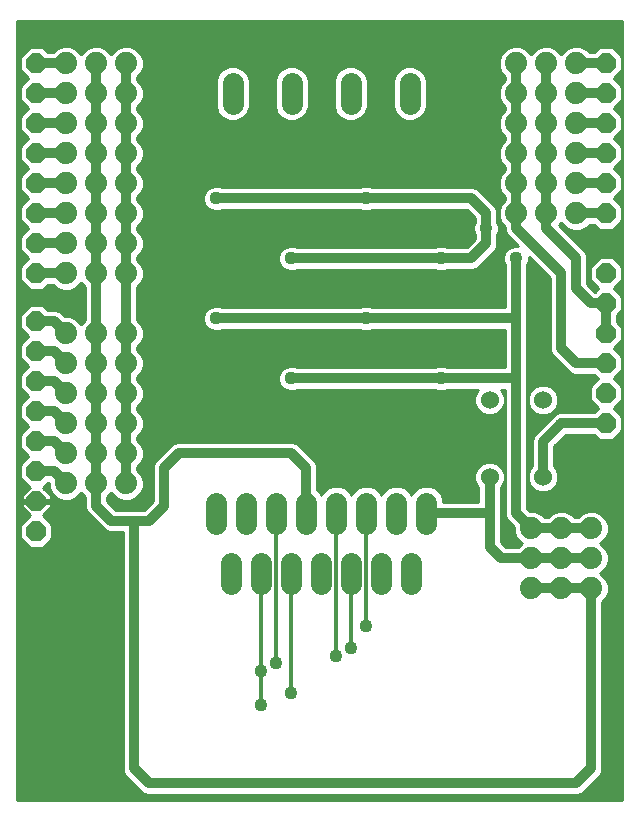
<source format=gbl>
G75*
%MOIN*%
%OFA0B0*%
%FSLAX24Y24*%
%IPPOS*%
%LPD*%
%AMOC8*
5,1,8,0,0,1.08239X$1,22.5*
%
%ADD10OC8,0.0660*%
%ADD11C,0.0709*%
%ADD12C,0.0705*%
%ADD13C,0.0740*%
%ADD14C,0.0600*%
%ADD15C,0.0100*%
%ADD16C,0.0320*%
%ADD17C,0.0436*%
%ADD18C,0.0120*%
D10*
X001250Y012100D03*
X001250Y013100D03*
X001250Y014100D03*
X001250Y015100D03*
X001250Y016100D03*
X001250Y017100D03*
X001250Y018100D03*
X001250Y019100D03*
X001250Y020700D03*
X001250Y021700D03*
X001250Y022700D03*
X001250Y023700D03*
X001250Y024700D03*
X001250Y025700D03*
X001250Y026700D03*
X001250Y027700D03*
X020250Y027700D03*
X020250Y026700D03*
X020250Y025700D03*
X020250Y024700D03*
X020250Y023700D03*
X020250Y022700D03*
X020250Y020700D03*
X020250Y019700D03*
X020250Y018700D03*
X020250Y017700D03*
X020250Y016700D03*
X020250Y015700D03*
D11*
X014250Y013054D02*
X014250Y012346D01*
X013250Y012346D02*
X013250Y013054D01*
X012250Y013054D02*
X012250Y012346D01*
X011250Y012346D02*
X011250Y013054D01*
X010250Y013054D02*
X010250Y012346D01*
X009250Y012346D02*
X009250Y013054D01*
X008250Y013054D02*
X008250Y012346D01*
X007250Y012346D02*
X007250Y013054D01*
X007750Y011054D02*
X007750Y010346D01*
X008750Y010346D02*
X008750Y011054D01*
X009750Y011054D02*
X009750Y010346D01*
X010750Y010346D02*
X010750Y011054D01*
X011750Y011054D02*
X011750Y010346D01*
X012750Y010346D02*
X012750Y011054D01*
X013750Y011054D02*
X013750Y010346D01*
D12*
X013703Y026348D02*
X013703Y027053D01*
X011734Y027053D02*
X011734Y026348D01*
X009766Y026348D02*
X009766Y027053D01*
X007797Y027053D02*
X007797Y026348D01*
D13*
X004250Y026700D03*
X004250Y025700D03*
X004250Y024700D03*
X004250Y023700D03*
X004250Y022700D03*
X004250Y021700D03*
X004250Y020700D03*
X003250Y020700D03*
X003250Y021700D03*
X003250Y022700D03*
X003250Y023700D03*
X003250Y024700D03*
X003250Y025700D03*
X003250Y026700D03*
X003250Y027700D03*
X002250Y027700D03*
X002250Y026700D03*
X002250Y025700D03*
X002250Y024700D03*
X002250Y023700D03*
X002250Y022700D03*
X002250Y021700D03*
X002250Y020700D03*
X002250Y018700D03*
X002250Y017700D03*
X002250Y016700D03*
X002250Y015700D03*
X002250Y014700D03*
X002250Y013700D03*
X003250Y013700D03*
X003250Y014700D03*
X003250Y015700D03*
X003250Y016700D03*
X003250Y017700D03*
X003250Y018700D03*
X004250Y018700D03*
X004250Y017700D03*
X004250Y016700D03*
X004250Y015700D03*
X004250Y014700D03*
X004250Y013700D03*
X004250Y027700D03*
X017250Y027700D03*
X017250Y026700D03*
X017250Y025700D03*
X017250Y024700D03*
X017250Y023700D03*
X017250Y022700D03*
X018250Y022700D03*
X018250Y023700D03*
X018250Y024700D03*
X018250Y025700D03*
X018250Y026700D03*
X018250Y027700D03*
X019250Y027700D03*
X019250Y026700D03*
X019250Y025700D03*
X019250Y024700D03*
X019250Y023700D03*
X019250Y022700D03*
X018750Y012200D03*
X018750Y011200D03*
X018750Y010200D03*
X019750Y010200D03*
X019750Y011200D03*
X019750Y012200D03*
X017750Y012200D03*
X017750Y011200D03*
X017750Y010200D03*
D14*
X018140Y013920D03*
X016360Y013920D03*
X016360Y016480D03*
X018140Y016480D03*
D15*
X000600Y029120D02*
X000600Y003150D01*
X020792Y003150D01*
X020792Y029120D01*
X000600Y029120D01*
X000600Y029098D02*
X020792Y029098D01*
X020792Y029000D02*
X000600Y029000D01*
X000600Y028901D02*
X020792Y028901D01*
X020792Y028803D02*
X000600Y028803D01*
X000600Y028704D02*
X020792Y028704D01*
X020792Y028606D02*
X000600Y028606D01*
X000600Y028507D02*
X020792Y028507D01*
X020792Y028409D02*
X000600Y028409D01*
X000600Y028310D02*
X020792Y028310D01*
X020792Y028212D02*
X020502Y028212D01*
X020474Y028240D02*
X020026Y028240D01*
X019856Y028070D01*
X019700Y028070D01*
X019579Y028192D01*
X019365Y028280D01*
X019135Y028280D01*
X018921Y028192D01*
X018758Y028029D01*
X018750Y028009D01*
X018742Y028029D01*
X018579Y028192D01*
X018365Y028280D01*
X018135Y028280D01*
X017921Y028192D01*
X017758Y028029D01*
X017750Y028009D01*
X017742Y028029D01*
X017579Y028192D01*
X017365Y028280D01*
X017135Y028280D01*
X016921Y028192D01*
X016758Y028029D01*
X016670Y027815D01*
X016670Y027585D01*
X016758Y027371D01*
X016880Y027250D01*
X016880Y027150D01*
X016758Y027029D01*
X016670Y026815D01*
X016670Y026585D01*
X016758Y026371D01*
X016880Y026250D01*
X016880Y026150D01*
X016758Y026029D01*
X016670Y025815D01*
X016670Y025585D01*
X016758Y025371D01*
X016880Y025250D01*
X016880Y025150D01*
X016758Y025029D01*
X016670Y024815D01*
X016670Y024585D01*
X016758Y024371D01*
X016880Y024250D01*
X016880Y024150D01*
X016758Y024029D01*
X016670Y023815D01*
X016670Y023585D01*
X016758Y023371D01*
X016880Y023250D01*
X016880Y023150D01*
X016758Y023029D01*
X016670Y022815D01*
X016670Y022585D01*
X016758Y022371D01*
X016880Y022250D01*
X016880Y022126D01*
X016936Y021990D01*
X017299Y021628D01*
X017165Y021628D01*
X017008Y021563D01*
X016887Y021442D01*
X016822Y021285D01*
X016822Y021115D01*
X016880Y020975D01*
X016880Y019570D01*
X012475Y019570D01*
X012335Y019628D01*
X012165Y019628D01*
X012025Y019570D01*
X007475Y019570D01*
X007335Y019628D01*
X007165Y019628D01*
X007008Y019563D01*
X006887Y019442D01*
X006822Y019285D01*
X006822Y019115D01*
X006887Y018958D01*
X007008Y018837D01*
X007165Y018772D01*
X007335Y018772D01*
X007475Y018830D01*
X012025Y018830D01*
X012165Y018772D01*
X012335Y018772D01*
X012475Y018830D01*
X016880Y018830D01*
X016880Y017570D01*
X014975Y017570D01*
X014835Y017628D01*
X014665Y017628D01*
X014525Y017570D01*
X009975Y017570D01*
X009835Y017628D01*
X009665Y017628D01*
X009508Y017563D01*
X009387Y017442D01*
X009322Y017285D01*
X009322Y017115D01*
X009387Y016958D01*
X009508Y016837D01*
X009665Y016772D01*
X009835Y016772D01*
X009975Y016830D01*
X014525Y016830D01*
X014665Y016772D01*
X014835Y016772D01*
X014975Y016830D01*
X015989Y016830D01*
X015928Y016769D01*
X015850Y016581D01*
X015850Y016379D01*
X015928Y016191D01*
X016071Y016048D01*
X016259Y015970D01*
X016461Y015970D01*
X016649Y016048D01*
X016792Y016191D01*
X016870Y016379D01*
X016870Y016581D01*
X016792Y016769D01*
X016731Y016830D01*
X016880Y016830D01*
X016880Y012626D01*
X016936Y012490D01*
X017170Y012257D01*
X017170Y012085D01*
X017258Y011871D01*
X017421Y011708D01*
X017441Y011700D01*
X017421Y011692D01*
X017300Y011570D01*
X016903Y011570D01*
X016730Y011743D01*
X016730Y013569D01*
X016792Y013631D01*
X016870Y013819D01*
X016870Y014021D01*
X016792Y014209D01*
X016649Y014352D01*
X016461Y014430D01*
X016259Y014430D01*
X016071Y014352D01*
X015928Y014209D01*
X015850Y014021D01*
X015850Y013819D01*
X015928Y013631D01*
X015990Y013569D01*
X015990Y013070D01*
X014814Y013070D01*
X014814Y013167D01*
X014728Y013374D01*
X014570Y013533D01*
X014362Y013619D01*
X014138Y013619D01*
X013930Y013533D01*
X013772Y013374D01*
X013750Y013322D01*
X013728Y013374D01*
X013570Y013533D01*
X013362Y013619D01*
X013138Y013619D01*
X012930Y013533D01*
X012772Y013374D01*
X012750Y013322D01*
X012728Y013374D01*
X012570Y013533D01*
X012362Y013619D01*
X012138Y013619D01*
X011930Y013533D01*
X011772Y013374D01*
X011750Y013322D01*
X011728Y013374D01*
X011570Y013533D01*
X011362Y013619D01*
X011138Y013619D01*
X010930Y013533D01*
X010772Y013374D01*
X010750Y013322D01*
X010728Y013374D01*
X010620Y013482D01*
X010620Y014274D01*
X010564Y014410D01*
X010460Y014514D01*
X010064Y014910D01*
X009960Y015014D01*
X009824Y015070D01*
X005926Y015070D01*
X005790Y015014D01*
X005290Y014514D01*
X005186Y014410D01*
X005130Y014274D01*
X005130Y013103D01*
X004847Y012820D01*
X003903Y012820D01*
X003620Y013103D01*
X003620Y013250D01*
X003742Y013371D01*
X003750Y013391D01*
X003758Y013371D01*
X003921Y013208D01*
X004135Y013120D01*
X004365Y013120D01*
X004579Y013208D01*
X004742Y013371D01*
X004830Y013585D01*
X004830Y013815D01*
X004742Y014029D01*
X004620Y014150D01*
X004620Y014250D01*
X004742Y014371D01*
X004830Y014585D01*
X004830Y014815D01*
X004742Y015029D01*
X004620Y015150D01*
X004620Y015250D01*
X004742Y015371D01*
X004830Y015585D01*
X004830Y015815D01*
X004742Y016029D01*
X004620Y016150D01*
X004620Y016250D01*
X004742Y016371D01*
X004830Y016585D01*
X004830Y016815D01*
X004742Y017029D01*
X004620Y017150D01*
X004620Y017250D01*
X004742Y017371D01*
X004830Y017585D01*
X004830Y017815D01*
X004742Y018029D01*
X004620Y018150D01*
X004620Y018250D01*
X004742Y018371D01*
X004830Y018585D01*
X004830Y018815D01*
X004742Y019029D01*
X004620Y019150D01*
X004620Y020250D01*
X004742Y020371D01*
X004830Y020585D01*
X004830Y020815D01*
X004742Y021029D01*
X004620Y021150D01*
X004620Y021250D01*
X004742Y021371D01*
X004830Y021585D01*
X004830Y021815D01*
X004742Y022029D01*
X004620Y022150D01*
X004620Y022250D01*
X004742Y022371D01*
X004830Y022585D01*
X004830Y022815D01*
X004742Y023029D01*
X004620Y023150D01*
X004620Y023250D01*
X004742Y023371D01*
X004830Y023585D01*
X004830Y023815D01*
X004742Y024029D01*
X004620Y024150D01*
X004620Y024250D01*
X004742Y024371D01*
X004830Y024585D01*
X004830Y024815D01*
X004742Y025029D01*
X004620Y025150D01*
X004620Y025250D01*
X004742Y025371D01*
X004830Y025585D01*
X004830Y025815D01*
X004742Y026029D01*
X004620Y026150D01*
X004620Y026250D01*
X004742Y026371D01*
X004830Y026585D01*
X004830Y026815D01*
X004742Y027029D01*
X004620Y027150D01*
X004620Y027250D01*
X004742Y027371D01*
X004830Y027585D01*
X004830Y027815D01*
X004742Y028029D01*
X004579Y028192D01*
X004365Y028280D01*
X004135Y028280D01*
X003921Y028192D01*
X003758Y028029D01*
X003750Y028009D01*
X003742Y028029D01*
X003579Y028192D01*
X003365Y028280D01*
X003135Y028280D01*
X002921Y028192D01*
X002758Y028029D01*
X002750Y028009D01*
X002742Y028029D01*
X002579Y028192D01*
X002365Y028280D01*
X002135Y028280D01*
X001921Y028192D01*
X001800Y028070D01*
X001644Y028070D01*
X001474Y028240D01*
X001026Y028240D01*
X000710Y027924D01*
X000710Y027476D01*
X000986Y027200D01*
X000710Y026924D01*
X000710Y026476D01*
X000986Y026200D01*
X000710Y025924D01*
X000710Y025476D01*
X000986Y025200D01*
X000710Y024924D01*
X000710Y024476D01*
X000986Y024200D01*
X000710Y023924D01*
X000710Y023476D01*
X000986Y023200D01*
X000710Y022924D01*
X000710Y022476D01*
X000986Y022200D01*
X000710Y021924D01*
X000710Y021476D01*
X000986Y021200D01*
X000710Y020924D01*
X000710Y020476D01*
X001026Y020160D01*
X001474Y020160D01*
X001644Y020330D01*
X001800Y020330D01*
X001921Y020208D01*
X002135Y020120D01*
X002365Y020120D01*
X002579Y020208D01*
X002742Y020371D01*
X002750Y020391D01*
X002758Y020371D01*
X002880Y020250D01*
X002880Y019150D01*
X002758Y019029D01*
X002750Y019009D01*
X002742Y019029D01*
X002579Y019192D01*
X002365Y019280D01*
X002193Y019280D01*
X002060Y019414D01*
X001924Y019470D01*
X001644Y019470D01*
X001474Y019640D01*
X001026Y019640D01*
X000710Y019324D01*
X000710Y018876D01*
X000986Y018600D01*
X000710Y018324D01*
X000710Y017876D01*
X000986Y017600D01*
X000710Y017324D01*
X000710Y016876D01*
X000986Y016600D01*
X000710Y016324D01*
X000710Y015876D01*
X000986Y015600D01*
X000710Y015324D01*
X000710Y014876D01*
X000986Y014600D01*
X000710Y014324D01*
X000710Y013876D01*
X001026Y013560D01*
X001031Y013560D01*
X000770Y013299D01*
X000770Y013148D01*
X001202Y013148D01*
X001202Y013052D01*
X000770Y013052D01*
X000770Y012901D01*
X001031Y012640D01*
X001026Y012640D01*
X000710Y012324D01*
X000710Y011876D01*
X001026Y011560D01*
X001474Y011560D01*
X001790Y011876D01*
X001790Y012324D01*
X001474Y012640D01*
X001469Y012640D01*
X001730Y012901D01*
X001730Y013052D01*
X001298Y013052D01*
X001298Y013148D01*
X001730Y013148D01*
X001730Y013299D01*
X001469Y013560D01*
X001474Y013560D01*
X001644Y013730D01*
X001670Y013730D01*
X001670Y013585D01*
X001758Y013371D01*
X001921Y013208D01*
X002135Y013120D01*
X002365Y013120D01*
X002579Y013208D01*
X002742Y013371D01*
X002750Y013391D01*
X002758Y013371D01*
X002880Y013250D01*
X002880Y012876D01*
X002936Y012740D01*
X003436Y012240D01*
X003540Y012136D01*
X003676Y012080D01*
X004130Y012080D01*
X004130Y004126D01*
X004186Y003990D01*
X004290Y003886D01*
X004290Y003886D01*
X004686Y003490D01*
X004790Y003386D01*
X004926Y003330D01*
X019324Y003330D01*
X019460Y003386D01*
X019960Y003886D01*
X020064Y003990D01*
X020120Y004126D01*
X020120Y009750D01*
X020242Y009871D01*
X020330Y010085D01*
X020330Y010315D01*
X020242Y010529D01*
X020079Y010692D01*
X020059Y010700D01*
X020079Y010708D01*
X020242Y010871D01*
X020330Y011085D01*
X020330Y011315D01*
X020242Y011529D01*
X020079Y011692D01*
X020059Y011700D01*
X020079Y011708D01*
X020242Y011871D01*
X020330Y012085D01*
X020330Y012315D01*
X020242Y012529D01*
X020079Y012692D01*
X019865Y012780D01*
X019635Y012780D01*
X019421Y012692D01*
X019300Y012570D01*
X019200Y012570D01*
X019079Y012692D01*
X018865Y012780D01*
X018635Y012780D01*
X018421Y012692D01*
X018300Y012570D01*
X018200Y012570D01*
X018079Y012692D01*
X017865Y012780D01*
X017693Y012780D01*
X017620Y012853D01*
X017620Y020975D01*
X017678Y021115D01*
X017678Y021249D01*
X018380Y020547D01*
X018380Y018126D01*
X018436Y017990D01*
X018936Y017490D01*
X019040Y017386D01*
X019176Y017330D01*
X019856Y017330D01*
X019986Y017200D01*
X019710Y016924D01*
X019710Y016476D01*
X019986Y016200D01*
X019856Y016070D01*
X018676Y016070D01*
X018540Y016014D01*
X018436Y015910D01*
X018436Y015910D01*
X017826Y015300D01*
X017770Y015164D01*
X017770Y014271D01*
X017708Y014209D01*
X017630Y014021D01*
X017630Y013819D01*
X017708Y013631D01*
X017851Y013488D01*
X018039Y013410D01*
X018241Y013410D01*
X018429Y013488D01*
X018572Y013631D01*
X018650Y013819D01*
X018650Y014021D01*
X018572Y014209D01*
X018510Y014271D01*
X018510Y014937D01*
X018903Y015330D01*
X019856Y015330D01*
X020026Y015160D01*
X020474Y015160D01*
X020790Y015476D01*
X020790Y015924D01*
X020514Y016200D01*
X020790Y016476D01*
X020790Y016924D01*
X020514Y017200D01*
X020790Y017476D01*
X020790Y017924D01*
X020514Y018200D01*
X020790Y018476D01*
X020790Y018924D01*
X020620Y019094D01*
X020620Y019306D01*
X020790Y019476D01*
X020790Y019924D01*
X020514Y020200D01*
X020790Y020476D01*
X020790Y020924D01*
X020474Y021240D01*
X020026Y021240D01*
X019710Y020924D01*
X019710Y020476D01*
X019986Y020200D01*
X019880Y020093D01*
X019620Y020353D01*
X019620Y021274D01*
X019564Y021410D01*
X018672Y022302D01*
X018828Y022302D01*
X018758Y022371D02*
X018921Y022208D01*
X019135Y022120D01*
X019365Y022120D01*
X019579Y022208D01*
X019700Y022330D01*
X019856Y022330D01*
X020026Y022160D01*
X020474Y022160D01*
X020790Y022476D01*
X020790Y022924D01*
X020514Y023200D01*
X020790Y023476D01*
X020790Y023924D01*
X020514Y024200D01*
X020790Y024476D01*
X020790Y024924D01*
X020514Y025200D01*
X020790Y025476D01*
X020790Y025924D01*
X020514Y026200D01*
X020790Y026476D01*
X020790Y026924D01*
X020514Y027200D01*
X020790Y027476D01*
X020790Y027924D01*
X020474Y028240D01*
X020601Y028113D02*
X020792Y028113D01*
X020792Y028015D02*
X020699Y028015D01*
X020790Y027916D02*
X020792Y027916D01*
X020790Y027818D02*
X020792Y027818D01*
X020790Y027719D02*
X020792Y027719D01*
X020790Y027621D02*
X020792Y027621D01*
X020790Y027522D02*
X020792Y027522D01*
X020792Y027424D02*
X020737Y027424D01*
X020792Y027325D02*
X020639Y027325D01*
X020540Y027227D02*
X020792Y027227D01*
X020792Y027128D02*
X020586Y027128D01*
X020684Y027030D02*
X020792Y027030D01*
X020783Y026931D02*
X020792Y026931D01*
X020790Y026833D02*
X020792Y026833D01*
X020790Y026734D02*
X020792Y026734D01*
X020790Y026636D02*
X020792Y026636D01*
X020790Y026537D02*
X020792Y026537D01*
X020792Y026439D02*
X020752Y026439D01*
X020792Y026340D02*
X020654Y026340D01*
X020555Y026242D02*
X020792Y026242D01*
X020792Y026143D02*
X020571Y026143D01*
X020669Y026045D02*
X020792Y026045D01*
X020792Y025946D02*
X020768Y025946D01*
X020790Y025848D02*
X020792Y025848D01*
X020790Y025749D02*
X020792Y025749D01*
X020790Y025651D02*
X020792Y025651D01*
X020790Y025552D02*
X020792Y025552D01*
X020792Y025454D02*
X020767Y025454D01*
X020792Y025355D02*
X020669Y025355D01*
X020570Y025257D02*
X020792Y025257D01*
X020792Y025158D02*
X020556Y025158D01*
X020654Y025060D02*
X020792Y025060D01*
X020792Y024961D02*
X020753Y024961D01*
X020790Y024863D02*
X020792Y024863D01*
X020790Y024764D02*
X020792Y024764D01*
X020790Y024666D02*
X020792Y024666D01*
X020790Y024567D02*
X020792Y024567D01*
X020782Y024469D02*
X020792Y024469D01*
X020792Y024370D02*
X020684Y024370D01*
X020585Y024272D02*
X020792Y024272D01*
X020792Y024173D02*
X020541Y024173D01*
X020639Y024075D02*
X020792Y024075D01*
X020792Y023976D02*
X020738Y023976D01*
X020790Y023878D02*
X020792Y023878D01*
X020790Y023779D02*
X020792Y023779D01*
X020790Y023681D02*
X020792Y023681D01*
X020790Y023582D02*
X020792Y023582D01*
X020790Y023484D02*
X020792Y023484D01*
X020792Y023385D02*
X020699Y023385D01*
X020792Y023287D02*
X020600Y023287D01*
X020526Y023188D02*
X020792Y023188D01*
X020792Y023090D02*
X020624Y023090D01*
X020723Y022991D02*
X020792Y022991D01*
X020790Y022893D02*
X020792Y022893D01*
X020790Y022794D02*
X020792Y022794D01*
X020790Y022696D02*
X020792Y022696D01*
X020790Y022597D02*
X020792Y022597D01*
X020790Y022499D02*
X020792Y022499D01*
X020792Y022400D02*
X020714Y022400D01*
X020792Y022302D02*
X020615Y022302D01*
X020517Y022203D02*
X020792Y022203D01*
X020792Y022105D02*
X018869Y022105D01*
X018934Y022203D02*
X018770Y022203D01*
X018672Y022302D02*
X018742Y022371D01*
X018750Y022391D01*
X018758Y022371D01*
X018967Y022006D02*
X020792Y022006D01*
X020792Y021908D02*
X019066Y021908D01*
X019164Y021809D02*
X020792Y021809D01*
X020792Y021711D02*
X019263Y021711D01*
X019361Y021612D02*
X020792Y021612D01*
X020792Y021514D02*
X019460Y021514D01*
X019558Y021415D02*
X020792Y021415D01*
X020792Y021317D02*
X019602Y021317D01*
X019620Y021218D02*
X020004Y021218D01*
X019906Y021120D02*
X019620Y021120D01*
X019620Y021021D02*
X019807Y021021D01*
X019710Y020923D02*
X019620Y020923D01*
X019620Y020824D02*
X019710Y020824D01*
X019710Y020726D02*
X019620Y020726D01*
X019620Y020627D02*
X019710Y020627D01*
X019710Y020529D02*
X019620Y020529D01*
X019620Y020430D02*
X019756Y020430D01*
X019855Y020332D02*
X019642Y020332D01*
X019740Y020233D02*
X019953Y020233D01*
X019921Y020135D02*
X019839Y020135D01*
X020547Y020233D02*
X020792Y020233D01*
X020792Y020135D02*
X020579Y020135D01*
X020678Y020036D02*
X020792Y020036D01*
X020792Y019938D02*
X020776Y019938D01*
X020790Y019839D02*
X020792Y019839D01*
X020790Y019741D02*
X020792Y019741D01*
X020790Y019642D02*
X020792Y019642D01*
X020790Y019544D02*
X020792Y019544D01*
X020792Y019445D02*
X020759Y019445D01*
X020792Y019347D02*
X020660Y019347D01*
X020620Y019248D02*
X020792Y019248D01*
X020792Y019150D02*
X020620Y019150D01*
X020663Y019051D02*
X020792Y019051D01*
X020792Y018953D02*
X020761Y018953D01*
X020790Y018854D02*
X020792Y018854D01*
X020790Y018756D02*
X020792Y018756D01*
X020790Y018657D02*
X020792Y018657D01*
X020790Y018559D02*
X020792Y018559D01*
X020792Y018460D02*
X020774Y018460D01*
X020792Y018362D02*
X020675Y018362D01*
X020577Y018263D02*
X020792Y018263D01*
X020792Y018165D02*
X020549Y018165D01*
X020648Y018066D02*
X020792Y018066D01*
X020792Y017968D02*
X020746Y017968D01*
X020790Y017869D02*
X020792Y017869D01*
X020790Y017771D02*
X020792Y017771D01*
X020790Y017672D02*
X020792Y017672D01*
X020790Y017574D02*
X020792Y017574D01*
X020789Y017475D02*
X020792Y017475D01*
X020792Y017377D02*
X020690Y017377D01*
X020592Y017278D02*
X020792Y017278D01*
X020792Y017180D02*
X020534Y017180D01*
X020633Y017081D02*
X020792Y017081D01*
X020792Y016983D02*
X020731Y016983D01*
X020790Y016884D02*
X020792Y016884D01*
X020790Y016786D02*
X020792Y016786D01*
X020790Y016687D02*
X020792Y016687D01*
X020790Y016589D02*
X020792Y016589D01*
X020790Y016490D02*
X020792Y016490D01*
X020792Y016392D02*
X020705Y016392D01*
X020792Y016293D02*
X020607Y016293D01*
X020519Y016195D02*
X020792Y016195D01*
X020792Y016096D02*
X020618Y016096D01*
X020716Y015998D02*
X020792Y015998D01*
X020790Y015899D02*
X020792Y015899D01*
X020790Y015801D02*
X020792Y015801D01*
X020790Y015702D02*
X020792Y015702D01*
X020790Y015604D02*
X020792Y015604D01*
X020790Y015505D02*
X020792Y015505D01*
X020792Y015407D02*
X020720Y015407D01*
X020792Y015308D02*
X020622Y015308D01*
X020523Y015210D02*
X020792Y015210D01*
X020792Y015111D02*
X018684Y015111D01*
X018586Y015013D02*
X020792Y015013D01*
X020792Y014914D02*
X018510Y014914D01*
X018510Y014816D02*
X020792Y014816D01*
X020792Y014717D02*
X018510Y014717D01*
X018510Y014619D02*
X020792Y014619D01*
X020792Y014520D02*
X018510Y014520D01*
X018510Y014422D02*
X020792Y014422D01*
X020792Y014323D02*
X018510Y014323D01*
X018557Y014225D02*
X020792Y014225D01*
X020792Y014126D02*
X018607Y014126D01*
X018647Y014028D02*
X020792Y014028D01*
X020792Y013929D02*
X018650Y013929D01*
X018650Y013831D02*
X020792Y013831D01*
X020792Y013732D02*
X018614Y013732D01*
X018573Y013634D02*
X020792Y013634D01*
X020792Y013535D02*
X018476Y013535D01*
X018305Y013437D02*
X020792Y013437D01*
X020792Y013338D02*
X017620Y013338D01*
X017620Y013240D02*
X020792Y013240D01*
X020792Y013141D02*
X017620Y013141D01*
X017620Y013043D02*
X020792Y013043D01*
X020792Y012944D02*
X017620Y012944D01*
X017628Y012846D02*
X020792Y012846D01*
X020792Y012747D02*
X019945Y012747D01*
X020122Y012649D02*
X020792Y012649D01*
X020792Y012550D02*
X020220Y012550D01*
X020274Y012452D02*
X020792Y012452D01*
X020792Y012353D02*
X020314Y012353D01*
X020330Y012255D02*
X020792Y012255D01*
X020792Y012156D02*
X020330Y012156D01*
X020319Y012058D02*
X020792Y012058D01*
X020792Y011959D02*
X020278Y011959D01*
X020231Y011861D02*
X020792Y011861D01*
X020792Y011762D02*
X020132Y011762D01*
X020107Y011664D02*
X020792Y011664D01*
X020792Y011565D02*
X020205Y011565D01*
X020267Y011467D02*
X020792Y011467D01*
X020792Y011368D02*
X020308Y011368D01*
X020330Y011270D02*
X020792Y011270D01*
X020792Y011171D02*
X020330Y011171D01*
X020325Y011073D02*
X020792Y011073D01*
X020792Y010974D02*
X020284Y010974D01*
X020243Y010876D02*
X020792Y010876D01*
X020792Y010777D02*
X020147Y010777D01*
X020092Y010679D02*
X020792Y010679D01*
X020792Y010580D02*
X020190Y010580D01*
X020261Y010482D02*
X020792Y010482D01*
X020792Y010383D02*
X020302Y010383D01*
X020330Y010285D02*
X020792Y010285D01*
X020792Y010186D02*
X020330Y010186D01*
X020330Y010088D02*
X020792Y010088D01*
X020792Y009989D02*
X020290Y009989D01*
X020250Y009891D02*
X020792Y009891D01*
X020792Y009792D02*
X020162Y009792D01*
X020120Y009694D02*
X020792Y009694D01*
X020792Y009595D02*
X020120Y009595D01*
X020120Y009497D02*
X020792Y009497D01*
X020792Y009398D02*
X020120Y009398D01*
X020120Y009300D02*
X020792Y009300D01*
X020792Y009201D02*
X020120Y009201D01*
X020120Y009103D02*
X020792Y009103D01*
X020792Y009004D02*
X020120Y009004D01*
X020120Y008906D02*
X020792Y008906D01*
X020792Y008807D02*
X020120Y008807D01*
X020120Y008709D02*
X020792Y008709D01*
X020792Y008610D02*
X020120Y008610D01*
X020120Y008512D02*
X020792Y008512D01*
X020792Y008413D02*
X020120Y008413D01*
X020120Y008315D02*
X020792Y008315D01*
X020792Y008216D02*
X020120Y008216D01*
X020120Y008118D02*
X020792Y008118D01*
X020792Y008019D02*
X020120Y008019D01*
X020120Y007921D02*
X020792Y007921D01*
X020792Y007822D02*
X020120Y007822D01*
X020120Y007724D02*
X020792Y007724D01*
X020792Y007625D02*
X020120Y007625D01*
X020120Y007527D02*
X020792Y007527D01*
X020792Y007428D02*
X020120Y007428D01*
X020120Y007330D02*
X020792Y007330D01*
X020792Y007231D02*
X020120Y007231D01*
X020120Y007133D02*
X020792Y007133D01*
X020792Y007034D02*
X020120Y007034D01*
X020120Y006936D02*
X020792Y006936D01*
X020792Y006837D02*
X020120Y006837D01*
X020120Y006739D02*
X020792Y006739D01*
X020792Y006640D02*
X020120Y006640D01*
X020120Y006542D02*
X020792Y006542D01*
X020792Y006443D02*
X020120Y006443D01*
X020120Y006345D02*
X020792Y006345D01*
X020792Y006246D02*
X020120Y006246D01*
X020120Y006148D02*
X020792Y006148D01*
X020792Y006049D02*
X020120Y006049D01*
X020120Y005951D02*
X020792Y005951D01*
X020792Y005852D02*
X020120Y005852D01*
X020120Y005754D02*
X020792Y005754D01*
X020792Y005655D02*
X020120Y005655D01*
X020120Y005557D02*
X020792Y005557D01*
X020792Y005458D02*
X020120Y005458D01*
X020120Y005360D02*
X020792Y005360D01*
X020792Y005261D02*
X020120Y005261D01*
X020120Y005163D02*
X020792Y005163D01*
X020792Y005064D02*
X020120Y005064D01*
X020120Y004966D02*
X020792Y004966D01*
X020792Y004867D02*
X020120Y004867D01*
X020120Y004769D02*
X020792Y004769D01*
X020792Y004670D02*
X020120Y004670D01*
X020120Y004572D02*
X020792Y004572D01*
X020792Y004473D02*
X020120Y004473D01*
X020120Y004375D02*
X020792Y004375D01*
X020792Y004276D02*
X020120Y004276D01*
X020120Y004178D02*
X020792Y004178D01*
X020792Y004079D02*
X020100Y004079D01*
X020054Y003981D02*
X020792Y003981D01*
X020792Y003882D02*
X019955Y003882D01*
X019857Y003784D02*
X020792Y003784D01*
X020792Y003685D02*
X019758Y003685D01*
X019660Y003587D02*
X020792Y003587D01*
X020792Y003488D02*
X019561Y003488D01*
X019463Y003390D02*
X020792Y003390D01*
X020792Y003291D02*
X000600Y003291D01*
X000600Y003193D02*
X020792Y003193D01*
X017393Y011664D02*
X016810Y011664D01*
X016730Y011762D02*
X017368Y011762D01*
X017269Y011861D02*
X016730Y011861D01*
X016730Y011959D02*
X017222Y011959D01*
X017181Y012058D02*
X016730Y012058D01*
X016730Y012156D02*
X017170Y012156D01*
X017170Y012255D02*
X016730Y012255D01*
X016730Y012353D02*
X017074Y012353D01*
X016975Y012452D02*
X016730Y012452D01*
X016730Y012550D02*
X016912Y012550D01*
X016880Y012649D02*
X016730Y012649D01*
X016730Y012747D02*
X016880Y012747D01*
X016880Y012846D02*
X016730Y012846D01*
X016730Y012944D02*
X016880Y012944D01*
X016880Y013043D02*
X016730Y013043D01*
X016730Y013141D02*
X016880Y013141D01*
X016880Y013240D02*
X016730Y013240D01*
X016730Y013338D02*
X016880Y013338D01*
X016880Y013437D02*
X016730Y013437D01*
X016730Y013535D02*
X016880Y013535D01*
X016880Y013634D02*
X016793Y013634D01*
X016834Y013732D02*
X016880Y013732D01*
X016870Y013831D02*
X016880Y013831D01*
X016870Y013929D02*
X016880Y013929D01*
X016867Y014028D02*
X016880Y014028D01*
X016880Y014126D02*
X016827Y014126D01*
X016777Y014225D02*
X016880Y014225D01*
X016880Y014323D02*
X016678Y014323D01*
X016482Y014422D02*
X016880Y014422D01*
X016880Y014520D02*
X010453Y014520D01*
X010460Y014514D02*
X010460Y014514D01*
X010552Y014422D02*
X016238Y014422D01*
X016042Y014323D02*
X010600Y014323D01*
X010620Y014225D02*
X015943Y014225D01*
X015893Y014126D02*
X010620Y014126D01*
X010620Y014028D02*
X015853Y014028D01*
X015850Y013929D02*
X010620Y013929D01*
X010620Y013831D02*
X015850Y013831D01*
X015886Y013732D02*
X010620Y013732D01*
X010620Y013634D02*
X015927Y013634D01*
X015990Y013535D02*
X014564Y013535D01*
X014666Y013437D02*
X015990Y013437D01*
X015990Y013338D02*
X014743Y013338D01*
X014784Y013240D02*
X015990Y013240D01*
X015990Y013141D02*
X014814Y013141D01*
X013936Y013535D02*
X013564Y013535D01*
X013666Y013437D02*
X013834Y013437D01*
X013757Y013338D02*
X013743Y013338D01*
X012936Y013535D02*
X012564Y013535D01*
X012666Y013437D02*
X012834Y013437D01*
X012757Y013338D02*
X012743Y013338D01*
X011936Y013535D02*
X011564Y013535D01*
X011666Y013437D02*
X011834Y013437D01*
X011757Y013338D02*
X011743Y013338D01*
X010936Y013535D02*
X010620Y013535D01*
X010666Y013437D02*
X010834Y013437D01*
X010757Y013338D02*
X010743Y013338D01*
X010355Y014619D02*
X016880Y014619D01*
X016880Y014717D02*
X010256Y014717D01*
X010158Y014816D02*
X016880Y014816D01*
X016880Y014914D02*
X010059Y014914D01*
X010064Y014910D02*
X010064Y014910D01*
X009961Y015013D02*
X016880Y015013D01*
X016880Y015111D02*
X004659Y015111D01*
X004620Y015210D02*
X016880Y015210D01*
X016880Y015308D02*
X004678Y015308D01*
X004756Y015407D02*
X016880Y015407D01*
X016880Y015505D02*
X004797Y015505D01*
X004830Y015604D02*
X016880Y015604D01*
X016880Y015702D02*
X004830Y015702D01*
X004830Y015801D02*
X016880Y015801D01*
X016880Y015899D02*
X004795Y015899D01*
X004755Y015998D02*
X016192Y015998D01*
X016023Y016096D02*
X004674Y016096D01*
X004620Y016195D02*
X015926Y016195D01*
X015885Y016293D02*
X004663Y016293D01*
X004750Y016392D02*
X015850Y016392D01*
X015850Y016490D02*
X004791Y016490D01*
X004830Y016589D02*
X015853Y016589D01*
X015894Y016687D02*
X004830Y016687D01*
X004830Y016786D02*
X009633Y016786D01*
X009461Y016884D02*
X004802Y016884D01*
X004761Y016983D02*
X009377Y016983D01*
X009336Y017081D02*
X004689Y017081D01*
X004620Y017180D02*
X009322Y017180D01*
X009322Y017278D02*
X004648Y017278D01*
X004744Y017377D02*
X009360Y017377D01*
X009420Y017475D02*
X004785Y017475D01*
X004825Y017574D02*
X009534Y017574D01*
X009966Y017574D02*
X014534Y017574D01*
X014966Y017574D02*
X016880Y017574D01*
X016880Y017672D02*
X004830Y017672D01*
X004830Y017771D02*
X016880Y017771D01*
X016880Y017869D02*
X004808Y017869D01*
X004767Y017968D02*
X016880Y017968D01*
X016880Y018066D02*
X004704Y018066D01*
X004620Y018165D02*
X016880Y018165D01*
X016880Y018263D02*
X004633Y018263D01*
X004732Y018362D02*
X016880Y018362D01*
X016880Y018460D02*
X004778Y018460D01*
X004819Y018559D02*
X016880Y018559D01*
X016880Y018657D02*
X004830Y018657D01*
X004830Y018756D02*
X016880Y018756D01*
X016880Y019642D02*
X004620Y019642D01*
X004620Y019544D02*
X006989Y019544D01*
X006890Y019445D02*
X004620Y019445D01*
X004620Y019347D02*
X006848Y019347D01*
X006822Y019248D02*
X004620Y019248D01*
X004621Y019150D02*
X006822Y019150D01*
X006849Y019051D02*
X004719Y019051D01*
X004773Y018953D02*
X006892Y018953D01*
X006991Y018854D02*
X004814Y018854D01*
X004620Y019741D02*
X016880Y019741D01*
X016880Y019839D02*
X004620Y019839D01*
X004620Y019938D02*
X016880Y019938D01*
X016880Y020036D02*
X004620Y020036D01*
X004620Y020135D02*
X016880Y020135D01*
X016880Y020233D02*
X004620Y020233D01*
X004702Y020332D02*
X016880Y020332D01*
X016880Y020430D02*
X004766Y020430D01*
X004807Y020529D02*
X016880Y020529D01*
X016880Y020627D02*
X004830Y020627D01*
X004830Y020726D02*
X016880Y020726D01*
X016880Y020824D02*
X014960Y020824D01*
X014975Y020830D02*
X015824Y020830D01*
X015960Y020886D01*
X016460Y021386D01*
X016564Y021490D01*
X016620Y021626D01*
X016620Y021975D01*
X016678Y022115D01*
X016678Y022285D01*
X016620Y022425D01*
X016620Y022774D01*
X016564Y022910D01*
X016460Y023014D01*
X015960Y023514D01*
X015824Y023570D01*
X012475Y023570D01*
X012335Y023628D01*
X012165Y023628D01*
X012025Y023570D01*
X007475Y023570D01*
X007335Y023628D01*
X007165Y023628D01*
X007008Y023563D01*
X006887Y023442D01*
X006822Y023285D01*
X006822Y023115D01*
X006887Y022958D01*
X007008Y022837D01*
X007165Y022772D01*
X007335Y022772D01*
X007475Y022830D01*
X012025Y022830D01*
X012165Y022772D01*
X012335Y022772D01*
X012475Y022830D01*
X015597Y022830D01*
X015880Y022547D01*
X015880Y022425D01*
X015822Y022285D01*
X015822Y022115D01*
X015880Y021975D01*
X015880Y021853D01*
X015597Y021570D01*
X014975Y021570D01*
X014835Y021628D01*
X014665Y021628D01*
X014525Y021570D01*
X009975Y021570D01*
X009835Y021628D01*
X009665Y021628D01*
X009508Y021563D01*
X009387Y021442D01*
X009322Y021285D01*
X009322Y021115D01*
X009387Y020958D01*
X009508Y020837D01*
X009665Y020772D01*
X009835Y020772D01*
X009975Y020830D01*
X014525Y020830D01*
X014665Y020772D01*
X014835Y020772D01*
X014975Y020830D01*
X014540Y020824D02*
X009960Y020824D01*
X009540Y020824D02*
X004826Y020824D01*
X004786Y020923D02*
X009422Y020923D01*
X009361Y021021D02*
X004745Y021021D01*
X004651Y021120D02*
X009322Y021120D01*
X009322Y021218D02*
X004620Y021218D01*
X004687Y021317D02*
X009335Y021317D01*
X009376Y021415D02*
X004760Y021415D01*
X004801Y021514D02*
X009459Y021514D01*
X009627Y021612D02*
X004830Y021612D01*
X004830Y021711D02*
X015737Y021711D01*
X015836Y021809D02*
X004830Y021809D01*
X004792Y021908D02*
X015880Y021908D01*
X015867Y022006D02*
X004751Y022006D01*
X004666Y022105D02*
X015826Y022105D01*
X015822Y022203D02*
X004620Y022203D01*
X004672Y022302D02*
X015829Y022302D01*
X015870Y022400D02*
X004754Y022400D01*
X004794Y022499D02*
X015880Y022499D01*
X015830Y022597D02*
X004830Y022597D01*
X004830Y022696D02*
X015731Y022696D01*
X015633Y022794D02*
X012388Y022794D01*
X012112Y022794D02*
X007388Y022794D01*
X007112Y022794D02*
X004830Y022794D01*
X004798Y022893D02*
X006952Y022893D01*
X006874Y022991D02*
X004757Y022991D01*
X004681Y023090D02*
X006833Y023090D01*
X006822Y023188D02*
X004620Y023188D01*
X004657Y023287D02*
X006823Y023287D01*
X006864Y023385D02*
X004747Y023385D01*
X004788Y023484D02*
X006929Y023484D01*
X007054Y023582D02*
X004829Y023582D01*
X004830Y023681D02*
X016670Y023681D01*
X016670Y023779D02*
X004830Y023779D01*
X004804Y023878D02*
X016696Y023878D01*
X016737Y023976D02*
X004763Y023976D01*
X004696Y024075D02*
X016804Y024075D01*
X016880Y024173D02*
X004620Y024173D01*
X004642Y024272D02*
X016858Y024272D01*
X016760Y024370D02*
X004740Y024370D01*
X004782Y024469D02*
X016718Y024469D01*
X016677Y024567D02*
X004823Y024567D01*
X004830Y024666D02*
X016670Y024666D01*
X016670Y024764D02*
X004830Y024764D01*
X004810Y024863D02*
X016690Y024863D01*
X016730Y024961D02*
X004770Y024961D01*
X004711Y025060D02*
X016789Y025060D01*
X016880Y025158D02*
X004620Y025158D01*
X004627Y025257D02*
X016873Y025257D01*
X016775Y025355D02*
X004725Y025355D01*
X004776Y025454D02*
X016724Y025454D01*
X016683Y025552D02*
X004817Y025552D01*
X004830Y025651D02*
X016670Y025651D01*
X016670Y025749D02*
X004830Y025749D01*
X004817Y025848D02*
X007534Y025848D01*
X007479Y025871D02*
X007685Y025785D01*
X007909Y025785D01*
X008116Y025871D01*
X008274Y026029D01*
X008360Y026236D01*
X008360Y027164D01*
X008274Y027371D01*
X008116Y027529D01*
X007909Y027615D01*
X007685Y027615D01*
X007479Y027529D01*
X007320Y027371D01*
X007235Y027164D01*
X007235Y026236D01*
X007320Y026029D01*
X007479Y025871D01*
X007403Y025946D02*
X004776Y025946D01*
X004726Y026045D02*
X007314Y026045D01*
X007273Y026143D02*
X004627Y026143D01*
X004620Y026242D02*
X007235Y026242D01*
X007235Y026340D02*
X004710Y026340D01*
X004769Y026439D02*
X007235Y026439D01*
X007235Y026537D02*
X004810Y026537D01*
X004830Y026636D02*
X007235Y026636D01*
X007235Y026734D02*
X004830Y026734D01*
X004823Y026833D02*
X007235Y026833D01*
X007235Y026931D02*
X004782Y026931D01*
X004741Y027030D02*
X007235Y027030D01*
X007235Y027128D02*
X004642Y027128D01*
X004620Y027227D02*
X007260Y027227D01*
X007301Y027325D02*
X004695Y027325D01*
X004763Y027424D02*
X007373Y027424D01*
X007471Y027522D02*
X004804Y027522D01*
X004830Y027621D02*
X016670Y027621D01*
X016670Y027719D02*
X004830Y027719D01*
X004829Y027818D02*
X016671Y027818D01*
X016712Y027916D02*
X004788Y027916D01*
X004747Y028015D02*
X016753Y028015D01*
X016843Y028113D02*
X004657Y028113D01*
X004531Y028212D02*
X016969Y028212D01*
X017531Y028212D02*
X017969Y028212D01*
X017843Y028113D02*
X017657Y028113D01*
X017747Y028015D02*
X017753Y028015D01*
X018531Y028212D02*
X018969Y028212D01*
X018843Y028113D02*
X018657Y028113D01*
X018747Y028015D02*
X018753Y028015D01*
X019531Y028212D02*
X019998Y028212D01*
X019899Y028113D02*
X019657Y028113D01*
X016880Y027227D02*
X014240Y027227D01*
X014265Y027164D02*
X014180Y027371D01*
X014021Y027529D01*
X013815Y027615D01*
X013591Y027615D01*
X013384Y027529D01*
X013226Y027371D01*
X013140Y027164D01*
X013140Y026236D01*
X013226Y026029D01*
X013384Y025871D01*
X013591Y025785D01*
X013815Y025785D01*
X014021Y025871D01*
X014180Y026029D01*
X014265Y026236D01*
X014265Y027164D01*
X014265Y027128D02*
X016858Y027128D01*
X016759Y027030D02*
X014265Y027030D01*
X014265Y026931D02*
X016718Y026931D01*
X016677Y026833D02*
X014265Y026833D01*
X014265Y026734D02*
X016670Y026734D01*
X016670Y026636D02*
X014265Y026636D01*
X014265Y026537D02*
X016690Y026537D01*
X016731Y026439D02*
X014265Y026439D01*
X014265Y026340D02*
X016790Y026340D01*
X016880Y026242D02*
X014265Y026242D01*
X014227Y026143D02*
X016873Y026143D01*
X016774Y026045D02*
X014186Y026045D01*
X014097Y025946D02*
X016724Y025946D01*
X016683Y025848D02*
X013966Y025848D01*
X013440Y025848D02*
X011997Y025848D01*
X012053Y025871D02*
X012211Y026029D01*
X012297Y026236D01*
X012297Y027164D01*
X012211Y027371D01*
X012053Y027529D01*
X011846Y027615D01*
X011622Y027615D01*
X011416Y027529D01*
X011257Y027371D01*
X011172Y027164D01*
X011172Y026236D01*
X011257Y026029D01*
X011416Y025871D01*
X011622Y025785D01*
X011846Y025785D01*
X012053Y025871D01*
X012128Y025946D02*
X013309Y025946D01*
X013219Y026045D02*
X012218Y026045D01*
X012258Y026143D02*
X013179Y026143D01*
X013140Y026242D02*
X012297Y026242D01*
X012297Y026340D02*
X013140Y026340D01*
X013140Y026439D02*
X012297Y026439D01*
X012297Y026537D02*
X013140Y026537D01*
X013140Y026636D02*
X012297Y026636D01*
X012297Y026734D02*
X013140Y026734D01*
X013140Y026833D02*
X012297Y026833D01*
X012297Y026931D02*
X013140Y026931D01*
X013140Y027030D02*
X012297Y027030D01*
X012297Y027128D02*
X013140Y027128D01*
X013166Y027227D02*
X012271Y027227D01*
X012230Y027325D02*
X013207Y027325D01*
X013278Y027424D02*
X012159Y027424D01*
X012060Y027522D02*
X013377Y027522D01*
X014029Y027522D02*
X016696Y027522D01*
X016737Y027424D02*
X014127Y027424D01*
X014199Y027325D02*
X016805Y027325D01*
X016671Y023582D02*
X012446Y023582D01*
X012054Y023582D02*
X007446Y023582D01*
X008060Y025848D02*
X009503Y025848D01*
X009447Y025871D02*
X009654Y025785D01*
X009878Y025785D01*
X010084Y025871D01*
X010243Y026029D01*
X010328Y026236D01*
X010328Y027164D01*
X010243Y027371D01*
X010084Y027529D01*
X009878Y027615D01*
X009654Y027615D01*
X009447Y027529D01*
X009289Y027371D01*
X009203Y027164D01*
X009203Y026236D01*
X009289Y026029D01*
X009447Y025871D01*
X009372Y025946D02*
X008191Y025946D01*
X008281Y026045D02*
X009282Y026045D01*
X009242Y026143D02*
X008321Y026143D01*
X008360Y026242D02*
X009203Y026242D01*
X009203Y026340D02*
X008360Y026340D01*
X008360Y026439D02*
X009203Y026439D01*
X009203Y026537D02*
X008360Y026537D01*
X008360Y026636D02*
X009203Y026636D01*
X009203Y026734D02*
X008360Y026734D01*
X008360Y026833D02*
X009203Y026833D01*
X009203Y026931D02*
X008360Y026931D01*
X008360Y027030D02*
X009203Y027030D01*
X009203Y027128D02*
X008360Y027128D01*
X008334Y027227D02*
X009229Y027227D01*
X009270Y027325D02*
X008293Y027325D01*
X008222Y027424D02*
X009341Y027424D01*
X009440Y027522D02*
X008123Y027522D01*
X010092Y027522D02*
X011408Y027522D01*
X011310Y027424D02*
X010190Y027424D01*
X010262Y027325D02*
X011238Y027325D01*
X011198Y027227D02*
X010302Y027227D01*
X010328Y027128D02*
X011172Y027128D01*
X011172Y027030D02*
X010328Y027030D01*
X010328Y026931D02*
X011172Y026931D01*
X011172Y026833D02*
X010328Y026833D01*
X010328Y026734D02*
X011172Y026734D01*
X011172Y026636D02*
X010328Y026636D01*
X010328Y026537D02*
X011172Y026537D01*
X011172Y026439D02*
X010328Y026439D01*
X010328Y026340D02*
X011172Y026340D01*
X011172Y026242D02*
X010328Y026242D01*
X010290Y026143D02*
X011210Y026143D01*
X011251Y026045D02*
X010249Y026045D01*
X010160Y025946D02*
X011340Y025946D01*
X011471Y025848D02*
X010029Y025848D01*
X009873Y021612D02*
X014627Y021612D01*
X014873Y021612D02*
X015639Y021612D01*
X016094Y021021D02*
X016861Y021021D01*
X016880Y020923D02*
X015996Y020923D01*
X016193Y021120D02*
X016822Y021120D01*
X016822Y021218D02*
X016291Y021218D01*
X016390Y021317D02*
X016835Y021317D01*
X016876Y021415D02*
X016488Y021415D01*
X016573Y021514D02*
X016959Y021514D01*
X017127Y021612D02*
X016614Y021612D01*
X016620Y021711D02*
X017216Y021711D01*
X017118Y021809D02*
X016620Y021809D01*
X016620Y021908D02*
X017019Y021908D01*
X016930Y022006D02*
X016633Y022006D01*
X016674Y022105D02*
X016889Y022105D01*
X016880Y022203D02*
X016678Y022203D01*
X016671Y022302D02*
X016828Y022302D01*
X016746Y022400D02*
X016630Y022400D01*
X016620Y022499D02*
X016706Y022499D01*
X016670Y022597D02*
X016620Y022597D01*
X016620Y022696D02*
X016670Y022696D01*
X016670Y022794D02*
X016612Y022794D01*
X016571Y022893D02*
X016702Y022893D01*
X016743Y022991D02*
X016482Y022991D01*
X016384Y023090D02*
X016819Y023090D01*
X016880Y023188D02*
X016285Y023188D01*
X016187Y023287D02*
X016843Y023287D01*
X016753Y023385D02*
X016088Y023385D01*
X015990Y023484D02*
X016712Y023484D01*
X017678Y021218D02*
X017709Y021218D01*
X017678Y021120D02*
X017807Y021120D01*
X017906Y021021D02*
X017639Y021021D01*
X017620Y020923D02*
X018004Y020923D01*
X018103Y020824D02*
X017620Y020824D01*
X017620Y020726D02*
X018201Y020726D01*
X018300Y020627D02*
X017620Y020627D01*
X017620Y020529D02*
X018380Y020529D01*
X018380Y020430D02*
X017620Y020430D01*
X017620Y020332D02*
X018380Y020332D01*
X018380Y020233D02*
X017620Y020233D01*
X017620Y020135D02*
X018380Y020135D01*
X018380Y020036D02*
X017620Y020036D01*
X017620Y019938D02*
X018380Y019938D01*
X018380Y019839D02*
X017620Y019839D01*
X017620Y019741D02*
X018380Y019741D01*
X018380Y019642D02*
X017620Y019642D01*
X017620Y019544D02*
X018380Y019544D01*
X018380Y019445D02*
X017620Y019445D01*
X017620Y019347D02*
X018380Y019347D01*
X018380Y019248D02*
X017620Y019248D01*
X017620Y019150D02*
X018380Y019150D01*
X018380Y019051D02*
X017620Y019051D01*
X017620Y018953D02*
X018380Y018953D01*
X018380Y018854D02*
X017620Y018854D01*
X017620Y018756D02*
X018380Y018756D01*
X018380Y018657D02*
X017620Y018657D01*
X017620Y018559D02*
X018380Y018559D01*
X018380Y018460D02*
X017620Y018460D01*
X017620Y018362D02*
X018380Y018362D01*
X018380Y018263D02*
X017620Y018263D01*
X017620Y018165D02*
X018380Y018165D01*
X018405Y018066D02*
X017620Y018066D01*
X017620Y017968D02*
X018459Y017968D01*
X018558Y017869D02*
X017620Y017869D01*
X017620Y017771D02*
X018656Y017771D01*
X018755Y017672D02*
X017620Y017672D01*
X017620Y017574D02*
X018853Y017574D01*
X018952Y017475D02*
X017620Y017475D01*
X017620Y017377D02*
X019064Y017377D01*
X018556Y016786D02*
X019710Y016786D01*
X019710Y016884D02*
X018457Y016884D01*
X018429Y016912D02*
X018241Y016990D01*
X018039Y016990D01*
X017851Y016912D01*
X017708Y016769D01*
X017630Y016581D01*
X017630Y016379D01*
X017708Y016191D01*
X017851Y016048D01*
X018039Y015970D01*
X018241Y015970D01*
X018429Y016048D01*
X018572Y016191D01*
X018650Y016379D01*
X018650Y016581D01*
X018572Y016769D01*
X018429Y016912D01*
X018259Y016983D02*
X019769Y016983D01*
X019867Y017081D02*
X017620Y017081D01*
X017620Y016983D02*
X018021Y016983D01*
X017823Y016884D02*
X017620Y016884D01*
X017620Y016786D02*
X017724Y016786D01*
X017674Y016687D02*
X017620Y016687D01*
X017620Y016589D02*
X017633Y016589D01*
X017620Y016490D02*
X017630Y016490D01*
X017620Y016392D02*
X017630Y016392D01*
X017620Y016293D02*
X017665Y016293D01*
X017706Y016195D02*
X017620Y016195D01*
X017620Y016096D02*
X017803Y016096D01*
X017972Y015998D02*
X017620Y015998D01*
X017620Y015899D02*
X018426Y015899D01*
X018524Y015998D02*
X018308Y015998D01*
X018477Y016096D02*
X019882Y016096D01*
X019981Y016195D02*
X018574Y016195D01*
X018615Y016293D02*
X019893Y016293D01*
X019795Y016392D02*
X018650Y016392D01*
X018650Y016490D02*
X019710Y016490D01*
X019710Y016589D02*
X018647Y016589D01*
X018606Y016687D02*
X019710Y016687D01*
X019966Y017180D02*
X017620Y017180D01*
X017620Y017278D02*
X019908Y017278D01*
X019878Y015308D02*
X018881Y015308D01*
X018783Y015210D02*
X019977Y015210D01*
X018327Y015801D02*
X017620Y015801D01*
X017620Y015702D02*
X018229Y015702D01*
X018130Y015604D02*
X017620Y015604D01*
X017620Y015505D02*
X018032Y015505D01*
X017933Y015407D02*
X017620Y015407D01*
X017620Y015308D02*
X017835Y015308D01*
X017789Y015210D02*
X017620Y015210D01*
X017620Y015111D02*
X017770Y015111D01*
X017770Y015013D02*
X017620Y015013D01*
X017620Y014914D02*
X017770Y014914D01*
X017770Y014816D02*
X017620Y014816D01*
X017620Y014717D02*
X017770Y014717D01*
X017770Y014619D02*
X017620Y014619D01*
X017620Y014520D02*
X017770Y014520D01*
X017770Y014422D02*
X017620Y014422D01*
X017620Y014323D02*
X017770Y014323D01*
X017723Y014225D02*
X017620Y014225D01*
X017620Y014126D02*
X017673Y014126D01*
X017633Y014028D02*
X017620Y014028D01*
X017620Y013929D02*
X017630Y013929D01*
X017620Y013831D02*
X017630Y013831D01*
X017620Y013732D02*
X017666Y013732D01*
X017707Y013634D02*
X017620Y013634D01*
X017620Y013535D02*
X017804Y013535D01*
X017975Y013437D02*
X017620Y013437D01*
X017945Y012747D02*
X018555Y012747D01*
X018378Y012649D02*
X018122Y012649D01*
X018945Y012747D02*
X019555Y012747D01*
X019378Y012649D02*
X019122Y012649D01*
X016880Y015998D02*
X016528Y015998D01*
X016697Y016096D02*
X016880Y016096D01*
X016880Y016195D02*
X016794Y016195D01*
X016835Y016293D02*
X016880Y016293D01*
X016870Y016392D02*
X016880Y016392D01*
X016870Y016490D02*
X016880Y016490D01*
X016867Y016589D02*
X016880Y016589D01*
X016880Y016687D02*
X016826Y016687D01*
X016776Y016786D02*
X016880Y016786D01*
X015944Y016786D02*
X014867Y016786D01*
X014633Y016786D02*
X009867Y016786D01*
X005789Y015013D02*
X004748Y015013D01*
X004789Y014914D02*
X005691Y014914D01*
X005592Y014816D02*
X004830Y014816D01*
X004830Y014717D02*
X005494Y014717D01*
X005395Y014619D02*
X004830Y014619D01*
X004803Y014520D02*
X005297Y014520D01*
X005198Y014422D02*
X004762Y014422D01*
X004693Y014323D02*
X005150Y014323D01*
X005130Y014225D02*
X004620Y014225D01*
X004644Y014126D02*
X005130Y014126D01*
X005130Y014028D02*
X004742Y014028D01*
X004783Y013929D02*
X005130Y013929D01*
X005130Y013831D02*
X004824Y013831D01*
X004830Y013732D02*
X005130Y013732D01*
X005130Y013634D02*
X004830Y013634D01*
X004809Y013535D02*
X005130Y013535D01*
X005130Y013437D02*
X004769Y013437D01*
X004708Y013338D02*
X005130Y013338D01*
X005130Y013240D02*
X004610Y013240D01*
X004416Y013141D02*
X005130Y013141D01*
X005069Y013043D02*
X003681Y013043D01*
X003620Y013141D02*
X004084Y013141D01*
X003890Y013240D02*
X003620Y013240D01*
X003708Y013338D02*
X003792Y013338D01*
X003779Y012944D02*
X004971Y012944D01*
X004872Y012846D02*
X003878Y012846D01*
X003324Y012353D02*
X001761Y012353D01*
X001790Y012255D02*
X003422Y012255D01*
X003521Y012156D02*
X001790Y012156D01*
X001790Y012058D02*
X004130Y012058D01*
X004130Y011959D02*
X001790Y011959D01*
X001774Y011861D02*
X004130Y011861D01*
X004130Y011762D02*
X001676Y011762D01*
X001577Y011664D02*
X004130Y011664D01*
X004130Y011565D02*
X001479Y011565D01*
X001021Y011565D02*
X000600Y011565D01*
X000600Y011467D02*
X004130Y011467D01*
X004130Y011368D02*
X000600Y011368D01*
X000600Y011270D02*
X004130Y011270D01*
X004130Y011171D02*
X000600Y011171D01*
X000600Y011073D02*
X004130Y011073D01*
X004130Y010974D02*
X000600Y010974D01*
X000600Y010876D02*
X004130Y010876D01*
X004130Y010777D02*
X000600Y010777D01*
X000600Y010679D02*
X004130Y010679D01*
X004130Y010580D02*
X000600Y010580D01*
X000600Y010482D02*
X004130Y010482D01*
X004130Y010383D02*
X000600Y010383D01*
X000600Y010285D02*
X004130Y010285D01*
X004130Y010186D02*
X000600Y010186D01*
X000600Y010088D02*
X004130Y010088D01*
X004130Y009989D02*
X000600Y009989D01*
X000600Y009891D02*
X004130Y009891D01*
X004130Y009792D02*
X000600Y009792D01*
X000600Y009694D02*
X004130Y009694D01*
X004130Y009595D02*
X000600Y009595D01*
X000600Y009497D02*
X004130Y009497D01*
X004130Y009398D02*
X000600Y009398D01*
X000600Y009300D02*
X004130Y009300D01*
X004130Y009201D02*
X000600Y009201D01*
X000600Y009103D02*
X004130Y009103D01*
X004130Y009004D02*
X000600Y009004D01*
X000600Y008906D02*
X004130Y008906D01*
X004130Y008807D02*
X000600Y008807D01*
X000600Y008709D02*
X004130Y008709D01*
X004130Y008610D02*
X000600Y008610D01*
X000600Y008512D02*
X004130Y008512D01*
X004130Y008413D02*
X000600Y008413D01*
X000600Y008315D02*
X004130Y008315D01*
X004130Y008216D02*
X000600Y008216D01*
X000600Y008118D02*
X004130Y008118D01*
X004130Y008019D02*
X000600Y008019D01*
X000600Y007921D02*
X004130Y007921D01*
X004130Y007822D02*
X000600Y007822D01*
X000600Y007724D02*
X004130Y007724D01*
X004130Y007625D02*
X000600Y007625D01*
X000600Y007527D02*
X004130Y007527D01*
X004130Y007428D02*
X000600Y007428D01*
X000600Y007330D02*
X004130Y007330D01*
X004130Y007231D02*
X000600Y007231D01*
X000600Y007133D02*
X004130Y007133D01*
X004130Y007034D02*
X000600Y007034D01*
X000600Y006936D02*
X004130Y006936D01*
X004130Y006837D02*
X000600Y006837D01*
X000600Y006739D02*
X004130Y006739D01*
X004130Y006640D02*
X000600Y006640D01*
X000600Y006542D02*
X004130Y006542D01*
X004130Y006443D02*
X000600Y006443D01*
X000600Y006345D02*
X004130Y006345D01*
X004130Y006246D02*
X000600Y006246D01*
X000600Y006148D02*
X004130Y006148D01*
X004130Y006049D02*
X000600Y006049D01*
X000600Y005951D02*
X004130Y005951D01*
X004130Y005852D02*
X000600Y005852D01*
X000600Y005754D02*
X004130Y005754D01*
X004130Y005655D02*
X000600Y005655D01*
X000600Y005557D02*
X004130Y005557D01*
X004130Y005458D02*
X000600Y005458D01*
X000600Y005360D02*
X004130Y005360D01*
X004130Y005261D02*
X000600Y005261D01*
X000600Y005163D02*
X004130Y005163D01*
X004130Y005064D02*
X000600Y005064D01*
X000600Y004966D02*
X004130Y004966D01*
X004130Y004867D02*
X000600Y004867D01*
X000600Y004769D02*
X004130Y004769D01*
X004130Y004670D02*
X000600Y004670D01*
X000600Y004572D02*
X004130Y004572D01*
X004130Y004473D02*
X000600Y004473D01*
X000600Y004375D02*
X004130Y004375D01*
X004130Y004276D02*
X000600Y004276D01*
X000600Y004178D02*
X004130Y004178D01*
X004150Y004079D02*
X000600Y004079D01*
X000600Y003981D02*
X004196Y003981D01*
X004295Y003882D02*
X000600Y003882D01*
X000600Y003784D02*
X004393Y003784D01*
X004492Y003685D02*
X000600Y003685D01*
X000600Y003587D02*
X004590Y003587D01*
X004689Y003488D02*
X000600Y003488D01*
X000600Y003390D02*
X004787Y003390D01*
X000923Y011664D02*
X000600Y011664D01*
X000600Y011762D02*
X000824Y011762D01*
X000726Y011861D02*
X000600Y011861D01*
X000600Y011959D02*
X000710Y011959D01*
X000710Y012058D02*
X000600Y012058D01*
X000600Y012156D02*
X000710Y012156D01*
X000710Y012255D02*
X000600Y012255D01*
X000600Y012353D02*
X000739Y012353D01*
X000838Y012452D02*
X000600Y012452D01*
X000600Y012550D02*
X000936Y012550D01*
X001023Y012649D02*
X000600Y012649D01*
X000600Y012747D02*
X000924Y012747D01*
X000826Y012846D02*
X000600Y012846D01*
X000600Y012944D02*
X000770Y012944D01*
X000770Y013043D02*
X000600Y013043D01*
X000600Y013141D02*
X001202Y013141D01*
X001298Y013141D02*
X002084Y013141D01*
X001890Y013240D02*
X001730Y013240D01*
X001691Y013338D02*
X001792Y013338D01*
X001731Y013437D02*
X001592Y013437D01*
X001494Y013535D02*
X001691Y013535D01*
X001670Y013634D02*
X001547Y013634D01*
X001730Y013043D02*
X002880Y013043D01*
X002880Y013141D02*
X002416Y013141D01*
X002610Y013240D02*
X002880Y013240D01*
X002792Y013338D02*
X002708Y013338D01*
X002880Y012944D02*
X001730Y012944D01*
X001674Y012846D02*
X002893Y012846D01*
X002934Y012747D02*
X001576Y012747D01*
X001477Y012649D02*
X003028Y012649D01*
X003127Y012550D02*
X001564Y012550D01*
X001662Y012452D02*
X003225Y012452D01*
X001006Y013535D02*
X000600Y013535D01*
X000600Y013437D02*
X000908Y013437D01*
X000809Y013338D02*
X000600Y013338D01*
X000600Y013240D02*
X000770Y013240D01*
X000600Y013634D02*
X000953Y013634D01*
X000854Y013732D02*
X000600Y013732D01*
X000600Y013831D02*
X000756Y013831D01*
X000710Y013929D02*
X000600Y013929D01*
X000600Y014028D02*
X000710Y014028D01*
X000710Y014126D02*
X000600Y014126D01*
X000600Y014225D02*
X000710Y014225D01*
X000710Y014323D02*
X000600Y014323D01*
X000600Y014422D02*
X000808Y014422D01*
X000906Y014520D02*
X000600Y014520D01*
X000600Y014619D02*
X000968Y014619D01*
X000869Y014717D02*
X000600Y014717D01*
X000600Y014816D02*
X000771Y014816D01*
X000710Y014914D02*
X000600Y014914D01*
X000600Y015013D02*
X000710Y015013D01*
X000710Y015111D02*
X000600Y015111D01*
X000600Y015210D02*
X000710Y015210D01*
X000710Y015308D02*
X000600Y015308D01*
X000600Y015407D02*
X000793Y015407D01*
X000891Y015505D02*
X000600Y015505D01*
X000600Y015604D02*
X000983Y015604D01*
X000884Y015702D02*
X000600Y015702D01*
X000600Y015801D02*
X000786Y015801D01*
X000710Y015899D02*
X000600Y015899D01*
X000600Y015998D02*
X000710Y015998D01*
X000710Y016096D02*
X000600Y016096D01*
X000600Y016195D02*
X000710Y016195D01*
X000710Y016293D02*
X000600Y016293D01*
X000600Y016392D02*
X000778Y016392D01*
X000876Y016490D02*
X000600Y016490D01*
X000600Y016589D02*
X000975Y016589D01*
X000899Y016687D02*
X000600Y016687D01*
X000600Y016786D02*
X000801Y016786D01*
X000710Y016884D02*
X000600Y016884D01*
X000600Y016983D02*
X000710Y016983D01*
X000710Y017081D02*
X000600Y017081D01*
X000600Y017180D02*
X000710Y017180D01*
X000710Y017278D02*
X000600Y017278D01*
X000600Y017377D02*
X000763Y017377D01*
X000861Y017475D02*
X000600Y017475D01*
X000600Y017574D02*
X000960Y017574D01*
X000914Y017672D02*
X000600Y017672D01*
X000600Y017771D02*
X000816Y017771D01*
X000717Y017869D02*
X000600Y017869D01*
X000600Y017968D02*
X000710Y017968D01*
X000710Y018066D02*
X000600Y018066D01*
X000600Y018165D02*
X000710Y018165D01*
X000710Y018263D02*
X000600Y018263D01*
X000600Y018362D02*
X000748Y018362D01*
X000846Y018460D02*
X000600Y018460D01*
X000600Y018559D02*
X000945Y018559D01*
X000929Y018657D02*
X000600Y018657D01*
X000600Y018756D02*
X000831Y018756D01*
X000732Y018854D02*
X000600Y018854D01*
X000600Y018953D02*
X000710Y018953D01*
X000710Y019051D02*
X000600Y019051D01*
X000600Y019150D02*
X000710Y019150D01*
X000710Y019248D02*
X000600Y019248D01*
X000600Y019347D02*
X000733Y019347D01*
X000831Y019445D02*
X000600Y019445D01*
X000600Y019544D02*
X000930Y019544D01*
X000600Y019642D02*
X002880Y019642D01*
X002880Y019544D02*
X001570Y019544D01*
X001984Y019445D02*
X002880Y019445D01*
X002880Y019347D02*
X002127Y019347D01*
X002443Y019248D02*
X002880Y019248D01*
X002879Y019150D02*
X002621Y019150D01*
X002719Y019051D02*
X002781Y019051D01*
X002880Y019741D02*
X000600Y019741D01*
X000600Y019839D02*
X002880Y019839D01*
X002880Y019938D02*
X000600Y019938D01*
X000600Y020036D02*
X002880Y020036D01*
X002880Y020135D02*
X002400Y020135D01*
X002603Y020233D02*
X002880Y020233D01*
X002798Y020332D02*
X002702Y020332D01*
X002100Y020135D02*
X000600Y020135D01*
X000600Y020233D02*
X000953Y020233D01*
X000855Y020332D02*
X000600Y020332D01*
X000600Y020430D02*
X000756Y020430D01*
X000710Y020529D02*
X000600Y020529D01*
X000600Y020627D02*
X000710Y020627D01*
X000710Y020726D02*
X000600Y020726D01*
X000600Y020824D02*
X000710Y020824D01*
X000710Y020923D02*
X000600Y020923D01*
X000600Y021021D02*
X000807Y021021D01*
X000906Y021120D02*
X000600Y021120D01*
X000600Y021218D02*
X000968Y021218D01*
X000870Y021317D02*
X000600Y021317D01*
X000600Y021415D02*
X000771Y021415D01*
X000710Y021514D02*
X000600Y021514D01*
X000600Y021612D02*
X000710Y021612D01*
X000710Y021711D02*
X000600Y021711D01*
X000600Y021809D02*
X000710Y021809D01*
X000710Y021908D02*
X000600Y021908D01*
X000600Y022006D02*
X000792Y022006D01*
X000891Y022105D02*
X000600Y022105D01*
X000600Y022203D02*
X000983Y022203D01*
X000885Y022302D02*
X000600Y022302D01*
X000600Y022400D02*
X000786Y022400D01*
X000710Y022499D02*
X000600Y022499D01*
X000600Y022597D02*
X000710Y022597D01*
X000710Y022696D02*
X000600Y022696D01*
X000600Y022794D02*
X000710Y022794D01*
X000710Y022893D02*
X000600Y022893D01*
X000600Y022991D02*
X000777Y022991D01*
X000876Y023090D02*
X000600Y023090D01*
X000600Y023188D02*
X000974Y023188D01*
X000900Y023287D02*
X000600Y023287D01*
X000600Y023385D02*
X000801Y023385D01*
X000710Y023484D02*
X000600Y023484D01*
X000600Y023582D02*
X000710Y023582D01*
X000710Y023681D02*
X000600Y023681D01*
X000600Y023779D02*
X000710Y023779D01*
X000710Y023878D02*
X000600Y023878D01*
X000600Y023976D02*
X000762Y023976D01*
X000861Y024075D02*
X000600Y024075D01*
X000600Y024173D02*
X000959Y024173D01*
X000915Y024272D02*
X000600Y024272D01*
X000600Y024370D02*
X000816Y024370D01*
X000718Y024469D02*
X000600Y024469D01*
X000600Y024567D02*
X000710Y024567D01*
X000710Y024666D02*
X000600Y024666D01*
X000600Y024764D02*
X000710Y024764D01*
X000710Y024863D02*
X000600Y024863D01*
X000600Y024961D02*
X000747Y024961D01*
X000846Y025060D02*
X000600Y025060D01*
X000600Y025158D02*
X000944Y025158D01*
X000930Y025257D02*
X000600Y025257D01*
X000600Y025355D02*
X000831Y025355D01*
X000733Y025454D02*
X000600Y025454D01*
X000600Y025552D02*
X000710Y025552D01*
X000710Y025651D02*
X000600Y025651D01*
X000600Y025749D02*
X000710Y025749D01*
X000710Y025848D02*
X000600Y025848D01*
X000600Y025946D02*
X000732Y025946D01*
X000831Y026045D02*
X000600Y026045D01*
X000600Y026143D02*
X000929Y026143D01*
X000945Y026242D02*
X000600Y026242D01*
X000600Y026340D02*
X000846Y026340D01*
X000748Y026439D02*
X000600Y026439D01*
X000600Y026537D02*
X000710Y026537D01*
X000710Y026636D02*
X000600Y026636D01*
X000600Y026734D02*
X000710Y026734D01*
X000710Y026833D02*
X000600Y026833D01*
X000600Y026931D02*
X000717Y026931D01*
X000816Y027030D02*
X000600Y027030D01*
X000600Y027128D02*
X000914Y027128D01*
X000960Y027227D02*
X000600Y027227D01*
X000600Y027325D02*
X000861Y027325D01*
X000763Y027424D02*
X000600Y027424D01*
X000600Y027522D02*
X000710Y027522D01*
X000710Y027621D02*
X000600Y027621D01*
X000600Y027719D02*
X000710Y027719D01*
X000710Y027818D02*
X000600Y027818D01*
X000600Y027916D02*
X000710Y027916D01*
X000801Y028015D02*
X000600Y028015D01*
X000600Y028113D02*
X000899Y028113D01*
X000998Y028212D02*
X000600Y028212D01*
X001502Y028212D02*
X001969Y028212D01*
X001843Y028113D02*
X001601Y028113D01*
X002531Y028212D02*
X002969Y028212D01*
X002843Y028113D02*
X002657Y028113D01*
X002747Y028015D02*
X002753Y028015D01*
X003531Y028212D02*
X003969Y028212D01*
X003843Y028113D02*
X003657Y028113D01*
X003747Y028015D02*
X003753Y028015D01*
X001897Y020233D02*
X001547Y020233D01*
X019566Y022203D02*
X019983Y022203D01*
X019885Y022302D02*
X019672Y022302D01*
X020496Y021218D02*
X020792Y021218D01*
X020792Y021120D02*
X020594Y021120D01*
X020693Y021021D02*
X020792Y021021D01*
X020790Y020923D02*
X020792Y020923D01*
X020790Y020824D02*
X020792Y020824D01*
X020790Y020726D02*
X020792Y020726D01*
X020790Y020627D02*
X020792Y020627D01*
X020790Y020529D02*
X020792Y020529D01*
X020792Y020430D02*
X020744Y020430D01*
X020792Y020332D02*
X020645Y020332D01*
D16*
X020250Y019700D02*
X020250Y018700D01*
X020250Y019700D02*
X019750Y019700D01*
X019250Y020200D01*
X019250Y021200D01*
X018250Y022200D01*
X018250Y022700D01*
X018250Y023700D01*
X018250Y024700D01*
X018250Y025700D01*
X018250Y026700D01*
X018250Y027700D01*
X017250Y027700D02*
X017250Y026700D01*
X017250Y025700D01*
X017250Y024700D01*
X017250Y023700D01*
X017250Y022700D01*
X017250Y022200D01*
X018750Y020700D01*
X018750Y018200D01*
X019250Y017700D01*
X020250Y017700D01*
X020250Y015700D02*
X018750Y015700D01*
X018140Y015090D01*
X018140Y013920D01*
X017250Y012700D02*
X017750Y012200D01*
X018750Y012200D01*
X019750Y012200D01*
X019750Y011200D02*
X018750Y011200D01*
X017750Y011200D01*
X016750Y011200D01*
X016360Y011590D01*
X016360Y012700D01*
X014250Y012700D01*
X016360Y012700D02*
X016360Y013920D01*
X017250Y012700D02*
X017250Y017200D01*
X014750Y017200D01*
X009750Y017200D01*
X009750Y014700D02*
X006000Y014700D01*
X005500Y014200D01*
X005500Y012950D01*
X005000Y012450D01*
X004500Y012450D01*
X003750Y012450D01*
X003250Y012950D01*
X003250Y013700D01*
X003250Y014700D01*
X003250Y015700D01*
X003250Y016700D01*
X003250Y017700D01*
X003250Y018700D01*
X003250Y020700D01*
X003250Y021700D01*
X003250Y022700D01*
X003250Y023700D01*
X003250Y024700D01*
X003250Y025700D01*
X003250Y026700D01*
X003250Y027700D01*
X002250Y027700D02*
X001250Y027700D01*
X001250Y026700D02*
X002250Y026700D01*
X002250Y025700D02*
X001250Y025700D01*
X001250Y024700D02*
X002250Y024700D01*
X002250Y023700D02*
X001250Y023700D01*
X001250Y022700D02*
X002250Y022700D01*
X002250Y021700D02*
X001250Y021700D01*
X001250Y020700D02*
X002250Y020700D01*
X001850Y019100D02*
X001250Y019100D01*
X001850Y019100D02*
X002250Y018700D01*
X001850Y018100D02*
X002250Y017700D01*
X001850Y018100D02*
X001250Y018100D01*
X001250Y017100D02*
X001850Y017100D01*
X002250Y016700D01*
X001850Y016100D02*
X002250Y015700D01*
X001850Y016100D02*
X001250Y016100D01*
X001250Y015100D02*
X001850Y015100D01*
X002250Y014700D01*
X001850Y014100D02*
X002250Y013700D01*
X001850Y014100D02*
X001250Y014100D01*
X004250Y013700D02*
X004250Y014700D01*
X004250Y015700D01*
X004250Y016700D01*
X004250Y017700D01*
X004250Y018700D01*
X004250Y020700D01*
X004250Y021700D01*
X004250Y022700D01*
X004250Y023700D01*
X004250Y024700D01*
X004250Y025700D01*
X004250Y026700D01*
X004250Y027700D01*
X007250Y023200D02*
X012250Y023200D01*
X015750Y023200D01*
X016250Y022700D01*
X016250Y022200D01*
X016250Y021700D01*
X015750Y021200D01*
X014750Y021200D01*
X009750Y021200D01*
X012250Y019200D02*
X007250Y019200D01*
X009750Y014700D02*
X010250Y014200D01*
X010250Y012700D01*
X012250Y019200D02*
X017250Y019200D01*
X017250Y021200D01*
X017250Y019200D02*
X017250Y017200D01*
X019250Y022700D02*
X020250Y022700D01*
X020250Y023700D02*
X019250Y023700D01*
X019250Y024700D02*
X020250Y024700D01*
X020250Y025700D02*
X019250Y025700D01*
X019250Y026700D02*
X020250Y026700D01*
X020250Y027700D02*
X019250Y027700D01*
X018750Y010200D02*
X017750Y010200D01*
X018750Y010200D02*
X019750Y010200D01*
X019750Y004200D01*
X019250Y003700D01*
X005000Y003700D01*
X004500Y004200D01*
X004500Y012450D01*
D17*
X008750Y007450D03*
X009250Y007700D03*
X009750Y006700D03*
X008750Y006300D03*
X011250Y007950D03*
X011750Y008200D03*
X012250Y008950D03*
X009750Y017200D03*
X007250Y019200D03*
X009750Y021200D03*
X007250Y023200D03*
X012250Y023200D03*
X014750Y021200D03*
X016250Y022200D03*
X017250Y021200D03*
X014750Y017200D03*
X012250Y019200D03*
D18*
X012250Y012700D02*
X012250Y008950D01*
X011750Y008200D02*
X011750Y010700D01*
X011250Y012700D02*
X011250Y007950D01*
X009750Y006700D02*
X009750Y010700D01*
X008750Y010700D02*
X008750Y007450D01*
X008750Y006300D01*
X009250Y007700D02*
X009250Y012700D01*
M02*

</source>
